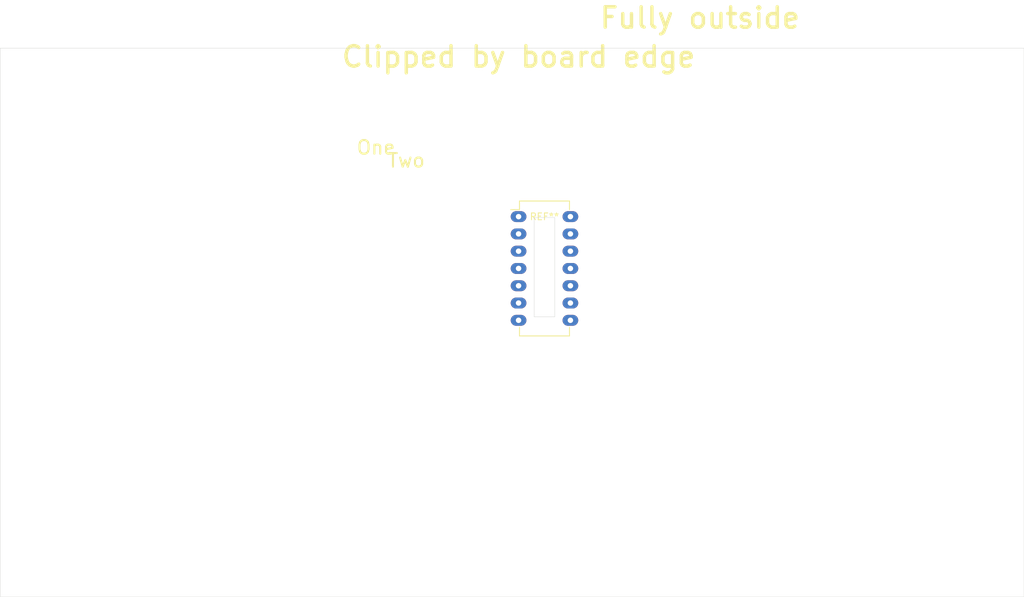
<source format=kicad_pcb>
(kicad_pcb (version 20210722) (generator pcbnew)
  (layers (0 "F.Cu" signal) (31 "B.Cu" signal) (34 "B.Paste" user) (35 "F.Paste" user) (36 "B.SilkS" user "B.Silkscreen") (37 "F.SilkS" user "F.Silkscreen") (38 "B.Mask" user) (39 "F.Mask" user) (44 "Edge.Cuts" user))
  (net 0 "")
  (net 1 "signal")
  (footprint "Housings_DIP:DIP-14_W7.62mm_LongPads" (layer "F.Cu") (at 154.305 74.93)
    (fp_text reference "REF**" (at 3.81 0) (layer "F.SilkS"))
    (fp_text value "DIP-14_W7.62mm_LongPads" hide)
    (fp_line (start 0.135 17.535) (end 0.135 16.265) (layer "F.SilkS") (width 0.15))
    (fp_line (start 0.135 17.535) (end 7.485 17.535) (layer "F.SilkS") (width 0.15))
    (fp_line (start 7.485 -2.295) (end 7.485 -1.025) (layer "F.SilkS") (width 0.15))
    (fp_line (start 7.485 17.535) (end 7.485 16.265) (layer "F.SilkS") (width 0.15))
    (fp_line (start 0.135 -1.025) (end -1.15 -1.025) (layer "F.SilkS") (width 0.15))
    (fp_line (start 0.135 -2.295) (end 7.485 -2.295) (layer "F.SilkS") (width 0.15))
    (fp_line (start 0.135 -2.295) (end 0.135 -1.025) (layer "F.SilkS") (width 0.15))
    (fp_rect (start 2.286 0.127) (end 5.334 14.732) (layer "Edge.Cuts") (width 0.05) (fill none))
    (pad "1" thru_hole oval locked (at 0 0) (size 2.3 1.6) (drill 0.8) (layers *.Cu *.Mask))
    (pad "2" thru_hole oval locked (at 0 2.54) (size 2.3 1.6) (drill 0.8) (layers *.Cu *.Mask))
    (pad "3" thru_hole oval locked (at 0 5.08) (size 2.3 1.6) (drill 0.8) (layers *.Cu *.Mask))
    (pad "4" thru_hole oval locked (at 0 7.62) (size 2.3 1.6) (drill 0.8) (layers *.Cu *.Mask) (net 1 "signal"))
    (pad "5" thru_hole oval locked (at 0 10.16) (size 2.3 1.6) (drill 0.8) (layers *.Cu *.Mask))
    (pad "6" thru_hole oval locked (at 0 12.7) (size 2.3 1.6) (drill 0.8) (layers *.Cu *.Mask))
    (pad "7" thru_hole oval locked (at 0 15.24) (size 2.3 1.6) (drill 0.8) (layers *.Cu *.Mask))
    (pad "8" thru_hole oval locked (at 7.62 15.24) (size 2.3 1.6) (drill 0.8) (layers *.Cu *.Mask))
    (pad "9" thru_hole oval locked (at 7.62 12.7) (size 2.3 1.6) (drill 0.8) (layers *.Cu *.Mask))
    (pad "10" thru_hole oval locked (at 7.62 10.16) (size 2.3 1.6) (drill 0.8) (layers *.Cu *.Mask))
    (pad "11" thru_hole oval locked (at 7.62 7.62) (size 2.3 1.6) (drill 0.8) (layers *.Cu *.Mask))
    (pad "12" thru_hole oval locked (at 7.62 5.08) (size 2.3 1.6) (drill 0.8) (layers *.Cu *.Mask))
    (pad "13" thru_hole oval locked (at 7.62 2.54) (size 2.3 1.6) (drill 0.8) (layers *.Cu *.Mask))
    (pad "14" thru_hole oval locked (at 7.62 0) (size 2.3 1.6) (drill 0.8) (layers *.Cu *.Mask))
  )
  (gr_rect (start 78.105 50.165) (end 228.6 130.81) (layer "Edge.Cuts") (width 0.05) (fill none))
  (gr_text "One" (at 133.35 64.77) (layer "F.SilkS") (effects (font (size 2 2) (thickness 0.3))))
  (gr_text "Two" (at 137.795 66.675) (layer "F.SilkS") (effects (font (size 2 2) (thickness 0.3))))
  (gr_text "Fully outside" (at 180.975 45.72) (layer "F.SilkS") (effects (font (size 3 3) (thickness 0.5))))
  (gr_text "Clipped by board edge" (at 154.305 51.435) (layer "F.SilkS") (effects (font (size 3 3) (thickness 0.5))))
)
</source>
